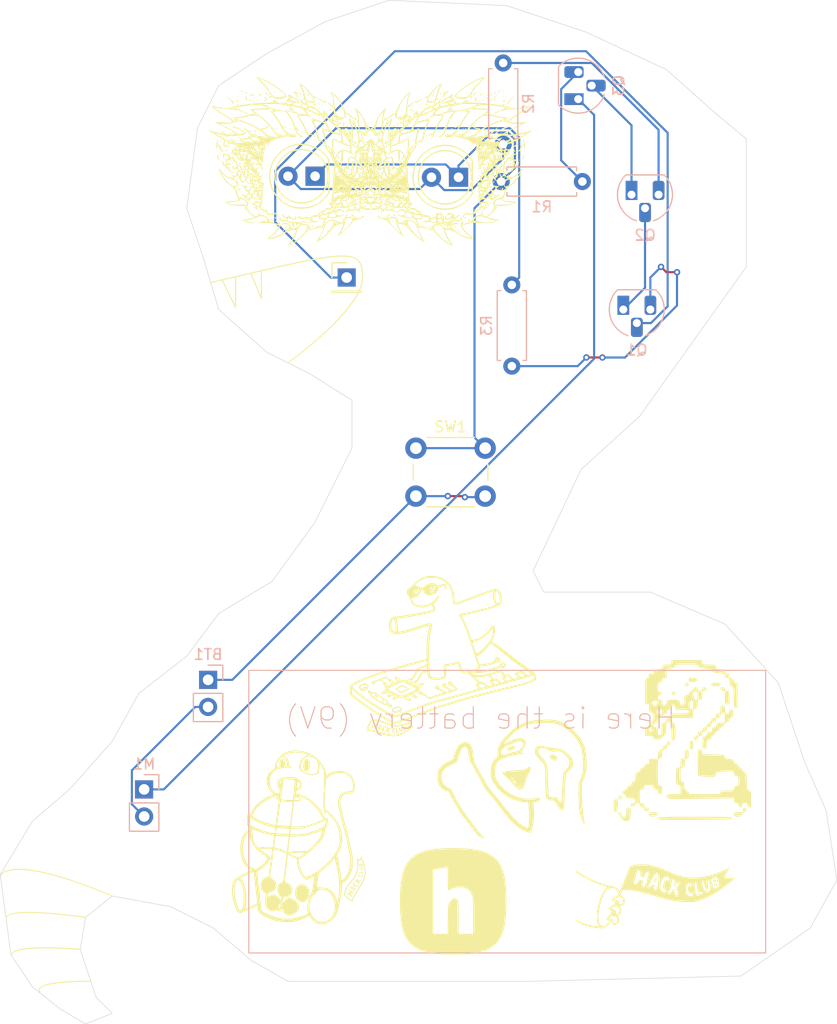
<source format=kicad_pcb>
(kicad_pcb (version 20241229) (generator "pcbnew") (generator_version "9.0")
  (layers (0 "F.Cu" signal) (2 "B.Cu" signal) (13 "F.Paste" user) (15 "B.Paste" user) (5 "F.SilkS" user "F.Silkscreen") (7 "B.SilkS" user "B.Silkscreen") (1 "F.Mask" user) (3 "B.Mask" user) (25 "Edge.Cuts" user))
  (net 0 "")
  (net 1 "Net-(Q1-E)")
  (net 2 "Net-(Q2-E)")
  (net 3 "Net-(D1-K)")
  (net 4 "Net-(BT1-+)")
  (net 5 "Net-(M1-+)")
  (net 6 "Net-(BT1--)")
  (net 7 "Net-(D1-A)")
  (net 8 "Net-(J1-Pin_1)")
  (net 9 "Net-(Q1-C)")
  (net 10 "Net-(Q2-C)")
  (net 11 "Net-(Q3-C)")
  (footprint "LOGO" (layer "F.Cu") (at 140.5 43)
    (property "Reference" "G***" (hide yes))
    (property "Value" "LOGO" (hide yes))
  )
  (footprint "Button_Switch_THT:SW_PUSH_6mm" (layer "F.Cu") (at 138.5 70)
    (property "Reference" "SW1" (at 3.25 -2 0) (layer "F.SilkS"))
    (property "Value" "SW_Push")
    (pad "1" thru_hole circle (at 0 0 90) (size 2 2) (drill 1.1) (layers "*.Cu" "*.Mask") (net 3 "Net-(D1-K)"))
    (pad "1" thru_hole circle (at 6.5 0 90) (size 2 2) (drill 1.1) (layers "*.Cu" "*.Mask") (net 3 "Net-(D1-K)"))
    (pad "2" thru_hole circle (at 0 4.5 90) (size 2 2) (drill 1.1) (layers "*.Cu" "*.Mask") (net 4 "Net-(BT1-+)"))
    (pad "2" thru_hole circle (at 6.5 4.5 90) (size 2 2) (drill 1.1) (layers "*.Cu" "*.Mask") (net 4 "Net-(BT1-+)"))
  )
  (footprint "LOGO" (layer "F.Cu") (at 161 112)
    (property "Reference" "G***" (hide yes))
    (property "Value" "LOGO" (hide yes))
  )
  (footprint "Connector_PinHeader_2.54mm:PinHeader_1x01_P2.54mm_Vertical" (layer "F.Cu") (at 132 54)
    (property "Reference" "J1" (hide yes))
    (property "Value" "Conn_01x01_Pin")
    (pad "1" thru_hole rect (at 0 0) (size 1.7 1.7) (drill 1) (layers "*.Cu" "*.Mask") (net 8 "Net-(J1-Pin_1)"))
  )
  (footprint "LOGO" (layer "F.Cu") (at 141 89.5)
    (property "Reference" "G***" (hide yes))
    (property "Value" "LOGO" (hide yes))
  )
  (footprint "LOGO" (layer "F.Cu") (at 142 112.5)
    (property "Reference" "G***" (hide yes))
    (property "Value" "LOGO" (hide yes))
  )
  (footprint "LOGO" (layer "F.Cu") (at 163.5 97)
    (property "Reference" "G***" (hide yes))
    (property "Value" "LOGO" (hide yes))
  )
  (footprint "LED_THT:LED_D5.0mm" (layer "F.Cu") (at 129.04 44.5 180)
    (property "Reference" "D1" (hide yes))
    (property "Value" "LED")
    (pad "1" thru_hole rect (at 0 0 180) (size 1.8 1.8) (drill 0.9) (layers "*.Cu" "*.Mask") (net 3 "Net-(D1-K)"))
    (pad "2" thru_hole circle (at 2.54 0 180) (size 1.8 1.8) (drill 0.9) (layers "*.Cu" "*.Mask") (net 7 "Net-(D1-A)"))
  )
  (footprint "LED_THT:LED_D5.0mm" (layer "F.Cu") (at 142.5 44.6 180)
    (property "Reference" "D2" (at 1.27 -3.96 0) (layer "F.SilkS"))
    (property "Value" "LED")
    (pad "1" thru_hole rect (at 0 0 180) (size 1.8 1.8) (drill 0.9) (layers "*.Cu" "*.Mask") (net 3 "Net-(D1-K)"))
    (pad "2" thru_hole circle (at 2.54 0 180) (size 1.8 1.8) (drill 0.9) (layers "*.Cu" "*.Mask") (net 7 "Net-(D1-A)"))
  )
  (footprint "LOGO" (layer "F.Cu") (at 127.5 106.5)
    (property "Reference" "G***" (hide yes))
    (property "Value" "LOGO" (hide yes))
  )
  (footprint "LOGO" (layer "F.Cu") (at 147.5 101)
    (property "Reference" "G***" (hide yes))
    (property "Value" "LOGO" (hide yes))
  )
  (footprint "LOGO" (layer "F.Cu") (at 128 43)
    (property "Reference" "G***" (hide yes))
    (property "Value" "LOGO" (hide yes))
  )
  (footprint "Package_TO_SOT_THT:TO-92L_HandSolder" (layer "B.Cu") (at 153.73 37.27 90)
    (property "Reference" "Q3" (at 1.27 3.8 90) (layer "B.SilkS") (effects (justify mirror)))
    (property "Value" "2N3904")
    (pad "1" thru_hole rect (at 0 0 90) (size 1.1 1.8) (drill 0.75 (offset 0 -0.4)) (layers "*.Cu" "*.Mask") (net 5 "Net-(M1-+)"))
    (pad "2" thru_hole roundrect (at 1.27 1.27 90) (size 1.1 1.8) (drill 0.75 (offset 0 0.4)) (layers "*.Cu" "*.Mask") (net 2 "Net-(Q2-E)"))
    (pad "3" thru_hole roundrect (at 2.54 0 90) (size 1.1 1.8) (drill 0.75 (offset 0 -0.4)) (layers "*.Cu" "*.Mask") (net 11 "Net-(Q3-C)"))
  )
  (footprint "Resistor_THT:R_Axial_DIN0207_L6.3mm_D2.5mm_P7.62mm_Horizontal" (layer "B.Cu") (at 147.5 54.69 -90)
    (property "Reference" "R3" (at 3.81 2.37 90) (layer "B.SilkS") (effects (justify mirror)))
    (property "Value" "R")
    (pad "1" thru_hole circle (at 0 0 270) (size 1.6 1.6) (drill 0.8) (layers "*.Cu" "*.Mask") (net 7 "Net-(D1-A)"))
    (pad "2" thru_hole oval (at 7.62 0 270) (size 1.6 1.6) (drill 0.8) (layers "*.Cu" "*.Mask") (net 9 "Net-(Q1-C)"))
  )
  (footprint "Resistor_THT:R_Axial_DIN0207_L6.3mm_D2.5mm_P7.62mm_Horizontal" (layer "B.Cu") (at 146.5 45)
    (property "Reference" "R1" (at 3.81 2.37 0) (layer "B.SilkS") (effects (justify mirror)))
    (property "Value" "R")
    (pad "1" thru_hole circle (at 0 0) (size 1.6 1.6) (drill 0.8) (layers "*.Cu" "*.Mask") (net 3 "Net-(D1-K)"))
    (pad "2" thru_hole oval (at 7.62 0) (size 1.6 1.6) (drill 0.8) (layers "*.Cu" "*.Mask") (net 11 "Net-(Q3-C)"))
  )
  (footprint "Resistor_THT:R_Axial_DIN0207_L6.3mm_D2.5mm_P7.62mm_Horizontal" (layer "B.Cu") (at 146.69 41.5 90)
    (property "Reference" "R2" (at 3.81 2.37 90) (layer "B.SilkS") (effects (justify mirror)))
    (property "Value" "R")
    (pad "1" thru_hole circle (at 0 0 90) (size 1.6 1.6) (drill 0.8) (layers "*.Cu" "*.Mask") (net 7 "Net-(D1-A)"))
    (pad "2" thru_hole oval (at 7.62 0 90) (size 1.6 1.6) (drill 0.8) (layers "*.Cu" "*.Mask") (net 10 "Net-(Q2-C)"))
  )
  (footprint "Connector_PinHeader_2.54mm:PinHeader_1x02_P2.54mm_Vertical" (layer "B.Cu") (at 113 102 180)
    (property "Reference" "M1" (at 0 2.38 0) (layer "B.SilkS") (effects (justify mirror)))
    (property "Value" "Motor_DC")
    (pad "1" thru_hole rect (at 0 0 180) (size 1.7 1.7) (drill 1) (layers "*.Cu" "*.Mask") (net 5 "Net-(M1-+)"))
    (pad "2" thru_hole circle (at 0 -2.54 180) (size 1.7 1.7) (drill 1) (layers "*.Cu" "*.Mask") (net 6 "Net-(BT1--)"))
  )
  (footprint "Connector_PinHeader_2.54mm:PinHeader_1x02_P2.54mm_Vertical" (layer "B.Cu") (at 119 91.725 180)
    (property "Reference" "BT1" (at 0 2.38 0) (layer "B.SilkS") (effects (justify mirror)))
    (property "Value" "Battery")
    (pad "1" thru_hole rect (at 0 0 180) (size 1.7 1.7) (drill 1) (layers "*.Cu" "*.Mask") (net 4 "Net-(BT1-+)"))
    (pad "2" thru_hole circle (at -0.000001 -2.54 180) (size 1.7 1.7) (drill 1) (layers "*.Cu" "*.Mask") (net 6 "Net-(BT1--)"))
  )
  (footprint "Package_TO_SOT_THT:TO-92L_HandSolder" (layer "B.Cu") (at 158.73 46.23)
    (property "Reference" "Q2" (at 1.27 3.8 0) (layer "B.SilkS") (effects (justify mirror)))
    (property "Value" "2N3904")
    (pad "1" thru_hole rect (at 0 0) (size 1.1 1.8) (drill 0.75 (offset 0 -0.4)) (layers "*.Cu" "*.Mask") (net 2 "Net-(Q2-E)"))
    (pad "2" thru_hole roundrect (at 1.27 1.27) (size 1.1 1.8) (drill 0.75 (offset 0 0.4)) (layers "*.Cu" "*.Mask") (net 1 "Net-(Q1-E)"))
    (pad "3" thru_hole roundrect (at 2.54 0) (size 1.1 1.8) (drill 0.75 (offset 0 -0.4)) (layers "*.Cu" "*.Mask") (net 10 "Net-(Q2-C)"))
  )
  (footprint "Package_TO_SOT_THT:TO-92L_HandSolder" (layer "B.Cu") (at 157.96 57)
    (property "Reference" "Q1" (at 1.27 3.8 0) (layer "B.SilkS") (effects (justify mirror)))
    (property "Value" "2N3904")
    (pad "1" thru_hole rect (at 0 0) (size 1.1 1.8) (drill 0.75 (offset 0 -0.4)) (layers "*.Cu" "*.Mask") (net 1 "Net-(Q1-E)"))
    (pad "2" thru_hole roundrect (at 1.27 1.27) (size 1.1 1.8) (drill 0.75 (offset 0 0.4)) (layers "*.Cu" "*.Mask") (net 8 "Net-(J1-Pin_1)"))
    (pad "3" thru_hole roundrect (at 2.54 0) (size 1.1 1.8) (drill 0.75 (offset 0 -0.4)) (layers "*.Cu" "*.Mask") (net 9 "Net-(Q1-C)"))
  )
  (gr_line (start 121.58299 56.82796) (end 121.58299 53.927869) (stroke (width 0.1)) (layer "F.SilkS"))
  (gr_line (start 120.341849 54.259659) (end 121.58299 56.82796) (stroke (width 0.1)) (layer "F.SilkS"))
  (gr_curve (pts (xy 107.426753 113.980428) (xy 100 113) (xy 100.133235 113.953536) (xy 100.107483 113.978727)) (stroke (width 0.1)) (layer "F.SilkS"))
  (gr_line (start 124 55.950045) (end 124 53.355562) (stroke (width 0.1)) (layer "F.SilkS"))
  (gr_curve (pts (xy 133.5 54) (xy 133.5 57) (xy 126.531144 61.964407) (xy 126.555615 61.942902)) (stroke (width 0.1)) (layer "F.SilkS"))
  (gr_curve (pts (xy 107.923695 119.98789) (xy 102 120) (xy 103.310041 121.025656) (xy 103.228796 120.991448)) (stroke (width 0.1)) (layer "F.SilkS"))
  (gr_curve (pts (xy 106.925922 116.991889) (xy 100.5 116.5) (xy 100.614936 117.433945) (xy 100.582569 117.468954)) (stroke (width 0.1)) (layer "F.SilkS"))
  (gr_curve (pts (xy 119.316478 54.449433) (xy 132 51.5) (xy 133.5 51) (xy 133.5 54)) (stroke (width 0.1)) (layer "F.SilkS"))
  (gr_curve (pts (xy 109.928984 111.957123) (xy 100.5 108) (xy 99.508977 109.988218) (xy 99.580228 110.051615)) (stroke (width 0.1)) (layer "F.SilkS"))
  (gr_line (start 123 53.584482) (end 124 55.950045) (stroke (width 0.1)) (layer "F.SilkS"))
  (gr_rect (start 122.818541 90.835438) (end 171.318541 117.335438) (stroke (width 0.1)) (fill no) (layer "B.SilkS"))
  (gr_poly (pts (xy 169.5 53) (xy 159.5 67) (xy 154 72) (xy 149.5 81.5) (xy 150.5 83.5) (xy 160.5 83.5) (xy 167.5 86.5) (xy 172.5 92) (xy 175 99.5) (xy 177 104) (xy 178 110.5) (xy 175.5 115) (xy 169 119.5) (xy 149 120) (xy 126.5 120) (xy 123 118) (xy 119.5 115) (xy 115.5 113) (xy 110 112) (xy 107.5 114) (xy 107 117) (xy 108.5 121.5) (xy 110 123) (xy 107.5 124) (xy 105 122.5) (xy 102.5 120.5) (xy 100.5 117.5) (xy 99.5 110) (xy 102.5 105) (xy 106 102) (xy 110 97.5) (xy 112.5 93) (xy 117 89.5) (xy 120 85.5) (xy 125 82.5) (xy 129 77) (xy 132.5 70) (xy 132.5 65.5) (xy 128.5 63) (xy 124.5 61) (xy 120 57) (xy 118.5 52) (xy 117 47.5) (xy 118 40) (xy 120 36) (xy 124.5 33) (xy 130 30) (xy 136 28) (xy 147 28.5) (xy 154.5 31) (xy 162 34.5) (xy 166.5 38.5) (xy 169.5 41)) (stroke (width 0.05)) (fill no) (layer "Edge.Cuts"))
  (gr_text "Here is the battery (9V)" (at 163 96.5 0) (layer "B.SilkS") (effects (font (size 2 2) (thickness 0.1)) (justify left bottom mirror)))
  (segment (start 160 47.5) (end 160 54.96) (width 0.2) (layer "B.Cu") (net 1))
  (segment (start 160 54.96) (end 157.96 57) (width 0.2) (layer "B.Cu") (net 1))
  (segment (start 158.73 39.73) (end 155 36) (width 0.2) (layer "B.Cu") (net 2))
  (segment (start 158.73 46.23) (end 158.73 39.73) (width 0.2) (layer "B.Cu") (net 2))
  (segment (start 138.5 70) (end 145 70) (width 0.2) (layer "B.Cu") (net 3))
  (segment (start 144 47.5) (end 146.5 45) (width 0.2) (layer "B.Cu") (net 3))
  (segment (start 145.601 40.399) (end 147.14605 40.399) (width 0.2) (layer "B.Cu") (net 3))
  (segment (start 129.04 44.5) (end 130.141 43.399) (width 0.2) (layer "B.Cu") (net 3))
  (segment (start 141.299 43.399) (end 142.5 44.6) (width 0.2) (layer "B.Cu") (net 3))
  (segment (start 147.791 43.709) (end 146.5 45) (width 0.2) (layer "B.Cu") (net 3))
  (segment (start 145 70) (end 144 69) (width 0.2) (layer "B.Cu") (net 3))
  (segment (start 144 69) (end 144 47.5) (width 0.2) (layer "B.Cu") (net 3))
  (segment (start 147.791 41.04395) (end 147.791 43.709) (width 0.2) (layer "B.Cu") (net 3))
  (segment (start 130.141 43.399) (end 141.299 43.399) (width 0.2) (layer "B.Cu") (net 3))
  (segment (start 142.5 44.6) (end 142.5 43.5) (width 0.2) (layer "B.Cu") (net 3))
  (segment (start 142.5 43.5) (end 145.601 40.399) (width 0.2) (layer "B.Cu") (net 3))
  (segment (start 147.14605 40.399) (end 147.791 41.04395) (width 0.2) (layer "B.Cu") (net 3))
  (segment (start 142.995681 74.495681) (end 143.094211 74.594211) (width 0.2) (layer "F.Cu") (net 4))
  (segment (start 141.495681 74.495681) (end 142.995681 74.495681) (width 0.2) (layer "F.Cu") (net 4))
  (via (at 141.495681 74.495681) (size 0.6) (drill 0.3) (layers "F.Cu" "B.Cu") (net 4))
  (via (at 143.094211 74.594211) (size 0.6) (drill 0.3) (layers "F.Cu" "B.Cu") (net 4))
  (segment (start 141.491362 74.5) (end 141.495681 74.495681) (width 0.2) (layer "B.Cu") (net 4))
  (segment (start 138.5 74.5) (end 141.491362 74.5) (width 0.2) (layer "B.Cu") (net 4))
  (segment (start 121.275 91.725) (end 138.5 74.5) (width 0.2) (layer "B.Cu") (net 4))
  (segment (start 143.094211 74.594211) (end 144.905789 74.594211) (width 0.2) (layer "B.Cu") (net 4))
  (segment (start 119 91.725) (end 121.275 91.725) (width 0.2) (layer "B.Cu") (net 4))
  (segment (start 144.905789 74.594211) (end 145 74.5) (width 0.2) (layer "B.Cu") (net 4))
  (segment (start 114.839892 102) (end 155.221 61.618892) (width 0.2) (layer "B.Cu") (net 5))
  (segment (start 113 102) (end 114.839892 102) (width 0.2) (layer "B.Cu") (net 5))
  (segment (start 155.221 61.618892) (end 155.221 38.761) (width 0.2) (layer "B.Cu") (net 5))
  (segment (start 155.221 38.761) (end 153.73 37.27) (width 0.2) (layer "B.Cu") (net 5))
  (segment (start 119.000001 94.265) (end 117.79792 94.265) (width 0.2) (layer "B.Cu") (net 6))
  (segment (start 111.849 103.389) (end 113 104.54) (width 0.2) (layer "B.Cu") (net 6))
  (segment (start 117.79792 94.265) (end 111.849 100.21392) (width 0.2) (layer "B.Cu") (net 6))
  (segment (start 111.849 100.21392) (end 111.849 103.389) (width 0.2) (layer "B.Cu") (net 6))
  (segment (start 148.192 53.998) (end 148.192 40.87785) (width 0.2) (layer "B.Cu") (net 7))
  (segment (start 131.002 39.998) (end 126.5 44.5) (width 0.2) (layer "B.Cu") (net 7))
  (segment (start 146.69 41.5) (end 146.69 42.812) (width 0.2) (layer "B.Cu") (net 7))
  (segment (start 147.31215 39.998) (end 131.002 39.998) (width 0.2) (layer "B.Cu") (net 7))
  (segment (start 146.69 42.812) (end 143.701 45.801) (width 0.2) (layer "B.Cu") (net 7))
  (segment (start 138.859 45.701) (end 139.96 44.6) (width 0.2) (layer "B.Cu") (net 7))
  (segment (start 141.161 45.801) (end 139.96 44.6) (width 0.2) (layer "B.Cu") (net 7))
  (segment (start 147.5 54.69) (end 148.192 53.998) (width 0.2) (layer "B.Cu") (net 7))
  (segment (start 126.5 44.5) (end 127.701 45.701) (width 0.2) (layer "B.Cu") (net 7))
  (segment (start 127.701 45.701) (end 138.859 45.701) (width 0.2) (layer "B.Cu") (net 7))
  (segment (start 148.192 40.87785) (end 147.31215 39.998) (width 0.2) (layer "B.Cu") (net 7))
  (segment (start 143.701 45.801) (end 141.161 45.801) (width 0.2) (layer "B.Cu") (net 7))
  (segment (start 154.468306 32.779) (end 162.121 40.431694) (width 0.2) (layer "B.Cu") (net 8))
  (segment (start 162.121 56.701206) (end 160.552206 58.27) (width 0.2) (layer "B.Cu") (net 8))
  (segment (start 130.5 54) (end 125.299 48.799) (width 0.2) (layer "B.Cu") (net 8))
  (segment (start 125.299 48.799) (end 125.299 44.002529) (width 0.2) (layer "B.Cu") (net 8))
  (segment (start 160.552206 58.27) (end 159.23 58.27) (width 0.2) (layer "B.Cu") (net 8))
  (segment (start 136.522529 32.779) (end 154.468306 32.779) (width 0.2) (layer "B.Cu") (net 8))
  (segment (start 132 54) (end 130.5 54) (width 0.2) (layer "B.Cu") (net 8))
  (segment (start 162.121 40.431694) (end 162.121 56.701206) (width 0.2) (layer "B.Cu") (net 8))
  (segment (start 125.299 44.002529) (end 136.522529 32.779) (width 0.2) (layer "B.Cu") (net 8))
  (segment (start 154.495681 61.495681) (end 155.995681 61.495681) (width 0.2) (layer "F.Cu") (net 9))
  (segment (start 162 53.5) (end 161.5 53) (width 0.2) (layer "F.Cu") (net 9))
  (segment (start 155.995681 61.495681) (end 156 61.5) (width 0.2) (layer "F.Cu") (net 9))
  (segment (start 163 53.5) (end 162 53.5) (width 0.2) (layer "F.Cu") (net 9))
  (via (at 161.5 53) (size 0.6) (drill 0.3) (layers "F.Cu" "B.Cu") (net 9))
  (via (at 163 53.5) (size 0.6) (drill 0.3) (layers "F.Cu" "B.Cu") (net 9))
  (via (at 154.495681 61.495681) (size 0.6) (drill 0.3) (layers "F.Cu" "B.Cu") (net 9))
  (via (at 156 61.5) (size 0.6) (drill 0.3) (layers "F.Cu" "B.Cu") (net 9))
  (segment (start 161.5 53) (end 160.5 54) (width 0.2) (layer "B.Cu") (net 9))
  (segment (start 147.5 62.31) (end 153.681362 62.31) (width 0.2) (layer "B.Cu") (net 9))
  (segment (start 163 56.622206) (end 163 53.5) (width 0.2) (layer "B.Cu") (net 9))
  (segment (start 158.122206 61.5) (end 163 56.622206) (width 0.2) (layer "B.Cu") (net 9))
  (segment (start 160.5 54) (end 160.5 57) (width 0.2) (layer "B.Cu") (net 9))
  (segment (start 153.681362 62.31) (end 154.495681 61.495681) (width 0.2) (layer "B.Cu") (net 9))
  (segment (start 156 61.5) (end 158.122206 61.5) (width 0.2) (layer "B.Cu") (net 9))
  (segment (start 161.27 40.147794) (end 161.27 46.23) (width 0.2) (layer "B.Cu") (net 10))
  (segment (start 146.69 33.88) (end 155.002206 33.88) (width 0.2) (layer "B.Cu") (net 10))
  (segment (start 155.002206 33.88) (end 161.27 40.147794) (width 0.2) (layer "B.Cu") (net 10))
  (segment (start 152.129 36.331) (end 153.73 34.73) (width 0.2) (layer "B.Cu") (net 11))
  (segment (start 152.129 43.009) (end 152.129 36.331) (width 0.2) (layer "B.Cu") (net 11))
  (segment (start 154.12 45) (end 152.129 43.009) (width 0.2) (layer "B.Cu") (net 11))
)
</source>
